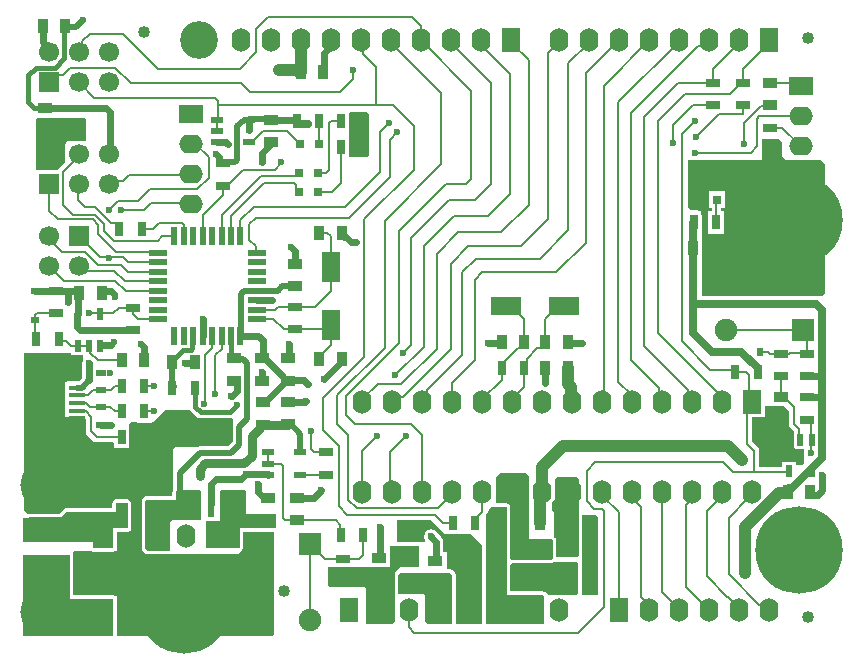
<source format=gtl>
G04*
G04 #@! TF.GenerationSoftware,Altium Limited,Altium Designer,20.1.7 (139)*
G04*
G04 Layer_Physical_Order=1*
G04 Layer_Color=255*
%FSLAX44Y44*%
%MOMM*%
G71*
G04*
G04 #@! TF.SameCoordinates,5176B2A9-6DC6-4D15-A643-430D7AC4E40B*
G04*
G04*
G04 #@! TF.FilePolarity,Positive*
G04*
G01*
G75*
%ADD10C,0.2000*%
%ADD11C,0.5000*%
%ADD16C,0.4000*%
%ADD17R,3.5000X2.2000*%
%ADD18R,0.6000X2.2000*%
%ADD19R,2.5000X1.6000*%
%ADD20R,1.6000X2.5000*%
%ADD21R,1.0000X0.5500*%
%ADD22R,0.5500X1.0000*%
%ADD23R,1.6000X3.0000*%
%ADD24R,2.7000X2.0000*%
%ADD25R,0.8000X0.8000*%
%ADD26R,1.3500X0.4000*%
%ADD27R,1.4000X1.6000*%
%ADD28R,1.9000X1.9000*%
%ADD29R,0.5500X1.5000*%
%ADD30R,1.5000X0.5500*%
%ADD31R,0.6858X0.5588*%
%ADD32R,0.5588X0.6858*%
%ADD33R,1.3000X0.7000*%
%ADD34R,0.7000X1.3000*%
%ADD35R,0.9000X0.6000*%
%ADD36R,1.3000X0.9000*%
%ADD37R,0.9000X1.3000*%
%ADD67C,1.9000*%
%ADD68R,1.9000X1.9000*%
%ADD74C,1.0160*%
%ADD75C,0.6000*%
%ADD76C,0.7000*%
%ADD77C,1.0000*%
%ADD78C,0.8000*%
%ADD79R,1.6000X2.0000*%
%ADD80O,1.6000X2.0000*%
%ADD81C,3.2000*%
%ADD82C,4.0000*%
%ADD83O,2.0000X1.6000*%
%ADD84R,2.0000X1.6000*%
%ADD85C,7.4000*%
%ADD86C,1.7000*%
%ADD87R,1.7000X1.7000*%
G04:AMPARAMS|DCode=88|XSize=2mm|YSize=1.2mm|CornerRadius=0.36mm|HoleSize=0mm|Usage=FLASHONLY|Rotation=0.000|XOffset=0mm|YOffset=0mm|HoleType=Round|Shape=RoundedRectangle|*
%AMROUNDEDRECTD88*
21,1,2.0000,0.4800,0,0,0.0*
21,1,1.2800,1.2000,0,0,0.0*
1,1,0.7200,0.6400,-0.2400*
1,1,0.7200,-0.6400,-0.2400*
1,1,0.7200,-0.6400,0.2400*
1,1,0.7200,0.6400,0.2400*
%
%ADD88ROUNDEDRECTD88*%
%ADD89C,0.6000*%
%ADD90C,1.0000*%
G36*
X57000Y441000D02*
X57000Y424000D01*
X56000Y423000D01*
X51402D01*
X50800Y423079D01*
X50198Y423000D01*
X41000D01*
X39000Y419333D01*
Y405000D01*
X32000Y398000D01*
X14000D01*
Y423000D01*
Y436000D01*
Y441000D01*
X15000Y442000D01*
X56000D01*
X57000Y441000D01*
D02*
G37*
G36*
X296000Y446000D02*
Y410500D01*
X295000Y409500D01*
X280000D01*
X279000Y410500D01*
Y444750D01*
X280500Y447000D01*
X295000D01*
X296000Y446000D01*
D02*
G37*
G36*
X645750Y422250D02*
Y410000D01*
X648750Y407000D01*
Y406750D01*
X679250D01*
X682750Y403250D01*
Y294250D01*
X679750Y291250D01*
X676491D01*
X676321Y291321D01*
X674624Y291544D01*
X579456D01*
X578500Y292500D01*
Y360500D01*
X577644Y361356D01*
Y363322D01*
X575678D01*
X575000Y364000D01*
X568750D01*
X566250Y366500D01*
Y406750D01*
X629500D01*
Y424750D01*
X643250D01*
X645750Y422250D01*
D02*
G37*
G36*
X635900Y198500D02*
Y198420D01*
X648080D01*
X652000Y194500D01*
X652000Y181000D01*
X655920Y177080D01*
Y161964D01*
X664500D01*
Y159038D01*
X664443Y158750D01*
X664500Y158462D01*
Y149714D01*
X663285Y148500D01*
X657920Y148500D01*
Y150964D01*
X646420D01*
Y147000D01*
X627398Y147000D01*
X626500Y147898D01*
X626500Y162500D01*
X620500Y168500D01*
X620500Y188930D01*
X631650D01*
Y198500D01*
X635900D01*
D02*
G37*
G36*
X44034Y241606D02*
X54000D01*
Y236591D01*
X53573Y234442D01*
Y222008D01*
X51564Y220000D01*
X41000D01*
X40000Y219000D01*
X38995D01*
Y209000D01*
Y202500D01*
Y196000D01*
Y189500D01*
X55177D01*
X57000Y187677D01*
X57000Y174500D01*
X63501Y167999D01*
X79601Y167999D01*
X80499Y167101D01*
X80499Y163973D01*
X80499Y163500D01*
X80520Y162712D01*
X81288Y162712D01*
X81500Y162500D01*
X92338Y162500D01*
X93000Y162500D01*
X93520Y162712D01*
X93520Y163554D01*
Y181712D01*
X93520D01*
X93500Y181732D01*
Y183000D01*
X95000Y184500D01*
X99622D01*
Y184302D01*
X112622D01*
Y184500D01*
X113500D01*
X124000Y195000D01*
X144890Y195000D01*
X145493Y194098D01*
X150196Y189395D01*
X151850Y188290D01*
X153800Y187902D01*
X179000D01*
X179730Y188047D01*
X181000Y187005D01*
X181000Y168000D01*
X177358Y164358D01*
X153022D01*
X151224Y164000D01*
X132500Y164000D01*
X130000Y161500D01*
Y126296D01*
X129941Y126000D01*
X129941Y126000D01*
Y122059D01*
X108000D01*
X107705Y122000D01*
X106500D01*
X104000Y119500D01*
Y118295D01*
X103941Y118000D01*
X103941Y118000D01*
Y78000D01*
X104000Y77705D01*
Y76500D01*
X105200Y75300D01*
Y75000D01*
X105500D01*
X107000Y73500D01*
X107342D01*
X107830Y73174D01*
X109000Y72941D01*
X109000Y72941D01*
X128000Y72941D01*
X129171Y73174D01*
X129658Y73500D01*
X185500D01*
X187181Y75181D01*
X188163Y75837D01*
X188163Y75837D01*
X189163Y76837D01*
X189819Y77819D01*
X190000Y78000D01*
Y78704D01*
X190059Y79000D01*
X190059Y79000D01*
Y91941D01*
X216000D01*
Y5500D01*
X214500Y4000D01*
X83059D01*
Y35000D01*
X82826Y36170D01*
X82628Y36467D01*
Y37198D01*
X82110D01*
X81171Y37826D01*
X80000Y38059D01*
X46441D01*
X46059Y38441D01*
Y72000D01*
X46000Y72295D01*
Y73500D01*
X45500Y74000D01*
X47000Y75500D01*
X61638D01*
X61830Y75372D01*
X63000Y75139D01*
X80000D01*
X81171Y75372D01*
X81542Y75620D01*
X82628D01*
Y76731D01*
X82826Y77028D01*
X83059Y78198D01*
Y91500D01*
X91500D01*
X91941Y91941D01*
X92000D01*
X93170Y92174D01*
X94163Y92837D01*
X94826Y93829D01*
X95059Y95000D01*
Y116000D01*
X95000Y116296D01*
Y116500D01*
X94949Y116551D01*
X94826Y117170D01*
X94163Y118163D01*
X93170Y118826D01*
X92550Y118949D01*
X92000Y119500D01*
X81500Y119500D01*
X80819Y118819D01*
X79837Y118163D01*
X79181Y117181D01*
X78500Y116500D01*
X78500Y112957D01*
X77602Y112059D01*
X40000D01*
X38830Y111826D01*
X37837Y111163D01*
X37837Y111163D01*
X33733Y107059D01*
X6941D01*
X4000Y110000D01*
Y241000D01*
Y243000D01*
X44034D01*
Y241606D01*
D02*
G37*
G36*
X192000Y126000D02*
Y107000D01*
X218000D01*
Y96000D01*
X217000Y95000D01*
X187000D01*
Y79000D01*
X186000Y78000D01*
X158000D01*
X158000Y101000D01*
X170000Y101000D01*
X170000Y126000D01*
X171000Y127000D01*
X191000D01*
X192000Y126000D01*
D02*
G37*
G36*
X92000Y95000D02*
X80000D01*
Y78198D01*
X63000D01*
Y83000D01*
X3000D01*
Y104000D01*
X35000D01*
X40000Y109000D01*
X82000D01*
Y116000D01*
X92000D01*
Y95000D01*
D02*
G37*
G36*
X154000Y126000D02*
Y102000D01*
X130000D01*
X128000Y100000D01*
Y76000D01*
X109000Y76000D01*
X107000Y78000D01*
Y118000D01*
X108000Y119000D01*
X133000D01*
Y126000D01*
X134000Y127000D01*
X153000D01*
X154000Y126000D01*
D02*
G37*
G36*
X474000Y136500D02*
Y72000D01*
X472250Y70250D01*
X454809D01*
Y84750D01*
X454576Y85921D01*
X454310Y86318D01*
X453913Y86913D01*
X453913Y86913D01*
X453163Y87663D01*
X452750Y87939D01*
Y108750D01*
X451000Y110500D01*
X451000Y116250D01*
X454000Y119250D01*
X454000Y137000D01*
X455250Y138250D01*
X472250Y138250D01*
X474000Y136500D01*
D02*
G37*
G36*
X431500Y138750D02*
Y87000D01*
X433000Y85500D01*
X451000D01*
X451750Y84750D01*
Y69750D01*
X450256Y68256D01*
X433222D01*
Y68250D01*
X417500D01*
X416059Y69691D01*
Y107000D01*
Y113000D01*
X415826Y114171D01*
X415163Y115163D01*
X414170Y115826D01*
X413000Y116059D01*
X403500D01*
X403500Y138250D01*
X407000Y141750D01*
X428500D01*
X431500Y138750D01*
D02*
G37*
G36*
X473250Y65000D02*
Y39750D01*
X472250Y38750D01*
X448500D01*
X446500Y40750D01*
X445783D01*
X444921Y41326D01*
X443750Y41559D01*
X443750Y41559D01*
X416191D01*
X416059Y41691D01*
Y64194D01*
X417329Y65225D01*
X417500Y65191D01*
X417500Y65191D01*
X433222D01*
X433252Y65197D01*
X450256D01*
X451427Y65430D01*
X452280Y66000D01*
X472250D01*
X473250Y65000D01*
D02*
G37*
G36*
X321208Y80216D02*
X339000D01*
X339000Y63000D01*
X338000Y62000D01*
X323000Y62000D01*
X318000Y57000D01*
X318000Y16000D01*
X316000Y14000D01*
X294000Y14000D01*
Y44000D01*
X293000Y45000D01*
X263000D01*
X262000Y46000D01*
Y62000D01*
X295300Y62000D01*
Y61842D01*
X314300D01*
Y76842D01*
X314000D01*
X314000Y80250D01*
X321208D01*
Y80216D01*
D02*
G37*
G36*
X490000Y104500D02*
X490000Y39500D01*
X489250Y38750D01*
X476750D01*
Y70716D01*
X476826Y70829D01*
X477059Y72000D01*
X477059Y72000D01*
Y106250D01*
X488250D01*
X490000Y104500D01*
D02*
G37*
G36*
X365000Y57000D02*
X367000Y55000D01*
X367000Y15000D01*
X366000Y14000D01*
X346000D01*
X344000Y16000D01*
X344000Y37998D01*
X342999Y39000D01*
X322000Y39000D01*
X321059Y39941D01*
X321059Y55733D01*
X322326Y57000D01*
X365000Y57000D01*
D02*
G37*
G36*
X360580Y90420D02*
Y90068D01*
X361000Y90000D01*
X361822Y90000D01*
X382999Y90000D01*
X392000Y81001D01*
X392000Y14000D01*
X370940Y14000D01*
X370390Y14624D01*
X370059Y15270D01*
X370059Y55000D01*
X370059Y55000D01*
X370059Y55001D01*
X370000Y55298D01*
Y56000D01*
X369821Y56180D01*
X369472Y56701D01*
X369163Y57163D01*
X369163Y57163D01*
X369163Y57164D01*
X367162Y59163D01*
X366691Y59478D01*
X366183Y59818D01*
X366000Y60000D01*
X365294D01*
X365000Y60059D01*
X364999D01*
X364999Y60059D01*
X364999Y60059D01*
X363320D01*
X362052Y60064D01*
Y75064D01*
X359118D01*
Y83459D01*
X358652Y85800D01*
X357326Y87785D01*
X354416Y90695D01*
X353326Y92326D01*
X351341Y93652D01*
X349000Y94117D01*
X346659Y93652D01*
X344674Y92326D01*
X343348Y90341D01*
X342882Y88000D01*
Y87459D01*
X343348Y85118D01*
X343848Y84370D01*
X343249Y83250D01*
X339124D01*
X339000Y83275D01*
X321379D01*
X321208Y83309D01*
X320000D01*
Y102000D01*
X349001Y102000D01*
X360580Y90420D01*
D02*
G37*
G36*
X413000Y107000D02*
Y38500D01*
X443750D01*
X444500Y37750D01*
Y14250D01*
X444000Y13750D01*
X395750Y13750D01*
Y106000D01*
X399750Y113000D01*
X413000D01*
Y107000D01*
D02*
G37*
G36*
X43000Y35000D02*
X80000D01*
Y4000D01*
X3000D01*
Y72000D01*
X43000D01*
Y35000D01*
D02*
G37*
%LPC*%
G36*
X597930Y380126D02*
X583930D01*
Y366126D01*
X586459D01*
Y363322D01*
X583644D01*
Y344322D01*
X596644D01*
Y363322D01*
X594615D01*
Y366126D01*
X597930D01*
Y380126D01*
D02*
G37*
%LPD*%
D10*
X62500Y356500D02*
X67056Y351944D01*
X25400Y363728D02*
X32628Y356500D01*
X62500D01*
X45392Y360500D02*
X64157D01*
X37592Y368300D02*
X45392Y360500D01*
X64157D02*
X72056Y352601D01*
X67056Y344145D02*
Y351944D01*
X72056Y346216D02*
Y352601D01*
X561000Y429000D02*
X572000Y440000D01*
X561000Y253500D02*
Y429000D01*
X592762Y445262D02*
X612902D01*
X573500Y426000D02*
X592762Y445262D01*
X529000Y249000D02*
Y442700D01*
X558162Y471862D01*
X529000Y249000D02*
X566121Y211879D01*
X541000Y260116D02*
X595250Y205866D01*
X541000Y439500D02*
X564000Y462500D01*
X541000Y260116D02*
Y439500D01*
X564000Y462500D02*
X602000D01*
X609902Y471932D02*
X612902D01*
X607902Y469932D02*
X609902Y471932D01*
X607902Y468402D02*
Y469932D01*
X602000Y462500D02*
X607902Y468402D01*
X561000Y253500D02*
X585397Y229103D01*
X554000Y421000D02*
Y436500D01*
X570432Y452932D02*
X587248D01*
X554000Y436500D02*
X570432Y452932D01*
X305500Y396432D02*
Y430500D01*
X313000Y438000D01*
X309500Y355000D02*
X357500Y403000D01*
Y463460D01*
X314960Y506000D02*
X357500Y463460D01*
X196000Y464000D02*
X271500D01*
X282500Y475000D01*
Y483000D01*
X117500Y484000D02*
X187000D01*
X88000Y513500D02*
X117500Y484000D01*
X187000D02*
X201000Y498000D01*
X37000Y479000D02*
X43000Y485000D01*
X81440D02*
X94440Y472000D01*
X43000Y485000D02*
X81440D01*
X188000Y472000D02*
X196000Y464000D01*
X94440Y472000D02*
X188000D01*
X168785Y453500D02*
X302000D01*
X168785D02*
Y456500D01*
X63740Y459500D02*
X165785D01*
X168785Y456500D01*
Y441721D02*
Y453500D01*
X50800Y472440D02*
X63740Y459500D01*
X201000Y517500D02*
X211000Y527500D01*
X201000Y498000D02*
Y517500D01*
X25400Y472440D02*
X31960Y479000D01*
X37000D01*
X60000Y513500D02*
X88000D01*
X211000Y527500D02*
X332860D01*
X53479Y507479D02*
X59750Y513750D01*
X60000Y513500D01*
X380500Y334000D02*
X425000D01*
X448000Y357000D01*
Y497008D01*
X365500Y319000D02*
X380500Y334000D01*
X372000Y346000D02*
X408500D01*
X431500Y369000D01*
X353500Y327500D02*
X372000Y346000D01*
X431500Y369000D02*
Y491060D01*
X364000Y372500D02*
X386500D01*
X400000Y386000D01*
X365760Y506000D02*
X400000Y471760D01*
Y386000D02*
Y471760D01*
X416560Y506000D02*
X431500Y491060D01*
X378500Y386500D02*
X383000Y391000D01*
X361500Y386500D02*
X378500D01*
X383000Y391000D02*
Y465425D01*
X448000Y497008D02*
X457200Y506208D01*
Y508000D01*
X332000Y250257D02*
Y340500D01*
X325000Y243257D02*
X332000Y250257D01*
Y340500D02*
X364000Y372500D01*
X318500Y224500D02*
X342500Y248500D01*
Y334000D02*
X368000Y359500D01*
X342500Y248500D02*
Y334000D01*
X303794Y217274D02*
X323774D01*
X353500Y247000D02*
Y327500D01*
X323774Y217274D02*
X353500Y247000D01*
X365500Y247000D02*
Y319000D01*
X315850Y201930D02*
X320337Y206417D01*
X324917D02*
X365500Y247000D01*
X320337Y206417D02*
X324917D01*
X375500Y242000D02*
Y312000D01*
X341250Y201930D02*
Y207448D01*
X345179Y211377D01*
Y211679D01*
X375500Y242000D01*
X366650Y217650D02*
X386000Y237000D01*
X366650Y201930D02*
Y217650D01*
X386000Y237000D02*
Y305500D01*
X257500Y177835D02*
Y205000D01*
X292500Y240000D01*
Y356500D01*
X322000Y347000D02*
X361500Y386500D01*
X277000Y206744D02*
X322000Y251743D01*
Y347000D01*
X277000Y191000D02*
Y206744D01*
X269500Y207778D02*
X309500Y247778D01*
Y355000D01*
X269500Y183000D02*
Y207778D01*
X375500Y312000D02*
X386750Y323250D01*
X340425Y508000D02*
X383000Y465425D01*
X386000Y305500D02*
X392000Y311500D01*
X292500Y356500D02*
X334500Y398500D01*
X316500Y453500D02*
X334500Y435500D01*
Y398500D02*
Y435500D01*
X314960Y506000D02*
Y508000D01*
X440750Y323250D02*
X465000Y347500D01*
Y488400D02*
X482600Y506000D01*
X465000Y347500D02*
Y488400D01*
X386750Y323250D02*
X440750D01*
X397500Y359500D02*
X416000Y378000D01*
X391160Y504002D02*
X416000Y479162D01*
Y378000D02*
Y479162D01*
X368000Y359500D02*
X397500D01*
X416560Y506000D02*
Y508000D01*
X365760Y506000D02*
Y508000D01*
X391160Y504002D02*
Y508000D01*
X482600Y506000D02*
Y508000D01*
X392000Y311500D02*
X455000D01*
X480000Y336500D01*
Y480000D01*
X427838Y250222D02*
Y271998D01*
X416880Y282956D02*
X427838Y271998D01*
X480000Y480000D02*
X508000Y508000D01*
X325000Y243000D02*
Y243257D01*
X271000Y113500D02*
X278000Y106500D01*
X352178D02*
X359110Y99568D01*
X278000Y106500D02*
X352178D01*
X278950Y118967D02*
Y173550D01*
X269500Y183000D02*
X278950Y173550D01*
X331500Y183500D02*
X341250Y173750D01*
Y125730D02*
Y173750D01*
X284500Y183500D02*
X331500D01*
X277000Y191000D02*
X284500Y183500D01*
X257500Y177835D02*
X271000Y164335D01*
Y113500D02*
Y164335D01*
X302000Y453500D02*
X316500D01*
X302000D02*
Y485654D01*
X247000Y162000D02*
Y177000D01*
Y162000D02*
X249894Y159106D01*
X260096D01*
X340360Y508000D02*
Y520000D01*
X332860Y527500D02*
X340360Y520000D01*
X167856Y440792D02*
X168785Y441721D01*
X495046Y469646D02*
X533400Y508000D01*
X495046Y203326D02*
Y469646D01*
X533400Y508000D02*
Y508000D01*
X507500Y455500D02*
X558800Y506800D01*
X507500Y218998D02*
Y455500D01*
X558800Y506800D02*
Y508000D01*
X518000Y446500D02*
X575013Y503513D01*
X518000Y237300D02*
Y446500D01*
Y237300D02*
X542071Y213229D01*
X645400Y242824D02*
X651662D01*
X627126Y244348D02*
X634152D01*
X635648Y242852D02*
X645400D01*
X634152Y244348D02*
X635648Y242852D01*
X604500Y142494D02*
X651700D01*
X616000Y166320D02*
Y197280D01*
X620650Y201930D01*
X616000Y166320D02*
X622000Y160320D01*
Y143000D02*
Y160320D01*
X651700Y142494D02*
X652170Y142964D01*
X585397Y229103D02*
X604677D01*
X579713Y503513D02*
X584200Y508000D01*
X575013Y503513D02*
X579713D01*
X507500Y218998D02*
X519050Y207448D01*
X340360Y508000D02*
X340425D01*
X508000Y508000D02*
Y508000D01*
X314000Y424000D02*
X320000Y430000D01*
X314000Y392232D02*
Y424000D01*
X279768Y358000D02*
X314000Y392232D01*
X614000Y420500D02*
Y438000D01*
X628000Y452000D01*
X670560Y158750D02*
Y184486D01*
X619500Y413000D02*
X624746Y418246D01*
X572500Y413000D02*
X619500D01*
X624746Y418246D02*
Y441675D01*
X495000Y28250D02*
Y109493D01*
X334518Y6604D02*
X473354D01*
X495000Y28250D01*
X564500Y45100D02*
X584200Y25400D01*
X564500Y114973D02*
X569850Y120323D01*
X564500Y45100D02*
Y114973D01*
X569850Y120323D02*
Y125730D01*
X526500Y36907D02*
X533400Y30007D01*
X519050Y120212D02*
X526500Y112762D01*
Y36907D02*
Y112762D01*
X600750Y55750D02*
Y103830D01*
X626613Y29887D02*
X630863D01*
X633500Y27250D01*
X600750Y55750D02*
X626613Y29887D01*
X600750Y103830D02*
X617203Y120283D01*
X582250Y54346D02*
X599686Y36910D01*
X582250Y109223D02*
X595250Y122223D01*
X582250Y54346D02*
Y109223D01*
X544450Y40842D02*
X558800Y26492D01*
X544450Y40842D02*
Y125730D01*
X519050Y120212D02*
Y125730D01*
X595250Y122223D02*
Y125730D01*
X558800Y25400D02*
Y26492D01*
X533400Y25400D02*
Y30007D01*
X617203Y120283D02*
X620650Y123730D01*
Y125730D01*
X480500Y118000D02*
X487250Y111250D01*
X493243D01*
X495000Y109493D01*
X480500Y118000D02*
Y143500D01*
X488000Y151000D01*
X596000D01*
X604500Y142500D01*
X493650Y122600D02*
X508000Y108250D01*
Y25400D02*
Y108250D01*
X493650Y122600D02*
Y125730D01*
X68616Y324184D02*
X87966D01*
X92150Y320000D01*
X50800Y342000D02*
X68616Y324184D01*
X72056Y346216D02*
X80038Y338234D01*
X64032Y366776D02*
X77574Y353234D01*
X50038Y372618D02*
Y385318D01*
X50800Y386080D01*
X77574Y353234D02*
X82988D01*
X80038Y338234D02*
X117508D01*
X82988Y353234D02*
X84988Y351234D01*
X50038Y372618D02*
X55880Y366776D01*
X64032D01*
X175974Y384962D02*
X189512Y398500D01*
X216692D01*
X172974Y384962D02*
X175974D01*
X234878Y393500D02*
X237364Y395986D01*
X205032Y393500D02*
X234878D01*
X171500Y359968D02*
X205032Y393500D01*
X171500Y342000D02*
Y359968D01*
X234864Y381976D02*
Y385243D01*
X179500Y359078D02*
X207422Y387000D01*
X234864Y381976D02*
X237364Y379476D01*
X233107Y387000D02*
X234864Y385243D01*
X207422Y387000D02*
X233107D01*
X200774Y358000D02*
X279768D01*
X195072Y352298D02*
X200774Y358000D01*
X37592Y368300D02*
Y396592D01*
X51000Y410000D01*
X291446Y496208D02*
X302000Y485654D01*
X612902Y445262D02*
Y452932D01*
X222000Y403808D02*
Y405000D01*
X216692Y398500D02*
X222000Y403808D01*
X262382Y398058D02*
Y437663D01*
X264139Y439420D01*
X260310Y395986D02*
X262382Y398058D01*
X236000Y421000D02*
Y422242D01*
X227242Y431000D02*
X236000Y422242D01*
X194856Y421792D02*
X197106D01*
X206314Y431000D01*
X227242D01*
X172720Y384708D02*
X172974Y384962D01*
X111000Y382000D02*
X151063D01*
X101000Y372000D02*
X111000Y382000D01*
X151063D02*
X160500Y391437D01*
X86000Y364000D02*
X106000D01*
X112000Y370000D01*
X145800D01*
X78879Y388759D02*
X87759D01*
X93000Y394000D02*
X144800D01*
X87759Y388759D02*
X93000Y394000D01*
X76200Y386080D02*
X78879Y388759D01*
X144800Y394000D02*
X146000Y395200D01*
X84000Y372000D02*
X101000D01*
X76000Y364000D02*
X84000Y372000D01*
X82017Y329184D02*
X116316D01*
X67056Y344145D02*
X82017Y329184D01*
X117508Y338234D02*
X121274Y342000D01*
X67310Y317500D02*
X86655D01*
X55626Y329184D02*
X67310Y317500D01*
X86655D02*
X92155Y312000D01*
X58688Y312500D02*
X80844D01*
X89344Y304000D01*
X54588Y316600D02*
X58688Y312500D01*
X116316Y329184D02*
X117500Y328000D01*
X92155Y312000D02*
X117500D01*
X59000Y277000D02*
X68000D01*
X69000D02*
X79692D01*
X117263Y271763D02*
X117500Y272000D01*
X68784Y274356D02*
X70034Y273106D01*
X79692Y277000D02*
X84480Y281788D01*
X68784Y274356D02*
Y276606D01*
X276352Y367284D02*
X305500Y396432D01*
X53479Y500519D02*
Y507479D01*
X50800Y497840D02*
X53479Y500519D01*
X92150Y320000D02*
X117500D01*
X145800Y370000D02*
X146000Y369800D01*
X149122Y420600D02*
X160500Y409222D01*
Y391437D02*
Y409222D01*
X354920Y112000D02*
X366650Y123730D01*
X278950Y118967D02*
X285917Y112000D01*
X354920D01*
X359110Y99568D02*
X367080D01*
X366650Y123730D02*
Y125730D01*
X616243Y121243D02*
X620000Y125000D01*
X600090Y36910D02*
X609600Y27400D01*
X599686Y36910D02*
X600090D01*
X659000Y472000D02*
X662000Y469000D01*
X636000Y472000D02*
X659000D01*
X626671Y443600D02*
X662000D01*
X624746Y441675D02*
X626671Y443600D01*
X628000Y452000D02*
X630000D01*
X636000Y434000D02*
X646200D01*
X662000Y418200D01*
X60534Y243522D02*
X67074Y236982D01*
X87122D01*
X60534Y243522D02*
Y248356D01*
X59284Y249606D02*
X60534Y248356D01*
X96266Y281280D02*
X96774Y281788D01*
X96266Y276098D02*
Y281280D01*
X100364Y272000D02*
X117500D01*
X96266Y276098D02*
X100364Y272000D01*
X84480Y281788D02*
X96774D01*
X49784Y249606D02*
X59284D01*
X44018D02*
X49784D01*
X663678Y262594D02*
X667996D01*
X598424D02*
X663678D01*
X667263Y259009D01*
X663424Y262848D02*
X663678Y262594D01*
X651764Y242926D02*
X667244D01*
Y250931D01*
Y242852D02*
Y242926D01*
X667263Y250950D02*
Y259009D01*
X667244Y250931D02*
X667263Y250950D01*
X422326Y247222D02*
X424838D01*
X408736Y233632D02*
X422326Y247222D01*
X408736Y220616D02*
Y233632D01*
X519050Y201930D02*
Y207448D01*
X60452Y197612D02*
X77230D01*
X609600Y25400D02*
Y27400D01*
X645400Y205920D02*
Y223852D01*
X645995Y223257D01*
X648716Y205994D02*
Y207236D01*
X650400Y208920D01*
X656082Y183132D02*
Y197238D01*
X660420Y171214D02*
Y178794D01*
X656082Y183132D02*
X660420Y178794D01*
X647400Y205920D02*
X656082Y197238D01*
X660420Y171214D02*
X661670Y169964D01*
X645400Y205920D02*
X647400D01*
X667996Y262594D02*
X670560Y260030D01*
X604677Y229103D02*
X606450Y227330D01*
X615696D01*
X146000Y420600D02*
X149122D01*
X37792Y304600D02*
X81673D01*
X89344Y304000D02*
X117500D01*
X81673Y304600D02*
X90273Y296000D01*
X117500D01*
X48745Y194500D02*
X49245Y194000D01*
X56445D01*
X61214Y189231D01*
Y177038D02*
Y189231D01*
X66040Y172212D02*
X87020D01*
X61214Y177038D02*
X66040Y172212D01*
X238036Y140106D02*
X238036Y140106D01*
X260096D01*
X223520Y103357D02*
X225277Y101600D01*
X211036Y149606D02*
X221763D01*
X225277Y101600D02*
X230800D01*
X221763Y149606D02*
X223520Y147849D01*
Y103357D02*
Y147849D01*
X211036Y149606D02*
Y159106D01*
X272200Y89394D02*
X272440Y89154D01*
X272200Y89394D02*
Y97300D01*
X235712Y101498D02*
X268002D01*
X272200Y97300D01*
X291000Y71900D02*
Y88714D01*
X288290Y69190D02*
X291000Y71900D01*
X274574Y69190D02*
X288290D01*
X291000Y88714D02*
X291440Y89154D01*
X259010Y69190D02*
X274574D01*
X246300Y81900D02*
X259010Y69190D01*
X246300Y16900D02*
Y81900D01*
X392050Y108538D02*
Y125730D01*
X386080Y102568D02*
X392050Y108538D01*
X386080Y99568D02*
Y102568D01*
X558162Y471862D02*
X587178D01*
X542071Y204309D02*
X544450Y201930D01*
X542071Y204309D02*
Y213229D01*
X569850Y201930D02*
Y207448D01*
X566121Y211177D02*
Y211879D01*
Y211177D02*
X569850Y207448D01*
X157226Y200526D02*
Y241726D01*
X156700Y200000D02*
X157226Y200526D01*
Y241726D02*
X163257Y247757D01*
Y257757D02*
X163500Y258000D01*
X163257Y247757D02*
Y257757D01*
X166240Y241240D02*
X171501Y246501D01*
X171500Y246500D02*
Y258000D01*
X166240Y208836D02*
Y241240D01*
X106185Y193783D02*
X114118D01*
X106122Y215392D02*
X106141Y215411D01*
X114074D01*
X86961Y193963D02*
X87122Y193802D01*
X77230Y197612D02*
X80879Y193963D01*
X86961D01*
X77590Y211702D02*
X81280Y215392D01*
X87122D01*
X69850Y211702D02*
X77590D01*
X57150Y200914D02*
X60452Y197612D01*
X48745Y201000D02*
X48831Y200914D01*
X57150D01*
X62604Y211702D02*
X69850D01*
X58402Y207500D02*
X62604Y211702D01*
X48745Y207500D02*
X58402D01*
X33528Y255016D02*
X34691Y253853D01*
X39771D01*
X44018Y249606D01*
X13208Y271272D02*
X13868Y270612D01*
Y255676D02*
Y270612D01*
Y255676D02*
X14528Y255016D01*
X13208Y271272D02*
X13970Y272034D01*
Y275082D01*
X15646Y276758D01*
X31496D01*
X250698Y282194D02*
X264160Y295656D01*
X233426Y282194D02*
X250698D01*
X254406Y345186D02*
X261112D01*
X264160Y316092D02*
Y342138D01*
X261112Y345186D02*
X264160Y342138D01*
X260262Y263194D02*
X263862Y266794D01*
X264160Y267092D01*
X263862Y249708D02*
Y266794D01*
X254406Y240252D02*
X263862Y249708D01*
X254406Y238252D02*
Y240252D01*
X233426Y263194D02*
X260262D01*
X223978D02*
X233426D01*
X215172Y272000D02*
X223978Y263194D01*
X201500Y272000D02*
X215172D01*
X264160Y295656D02*
Y316092D01*
X219202Y282194D02*
X233426D01*
X217008Y280000D02*
X219202Y282194D01*
X201500Y280000D02*
X217008D01*
X179500Y342000D02*
Y359078D01*
X187500Y356156D02*
X198628Y367284D01*
X276352D01*
X195072Y339344D02*
Y352298D01*
Y339344D02*
X200923Y333493D01*
X201500Y328000D02*
Y328673D01*
X200923Y329250D02*
X201500Y328673D01*
X200923Y329250D02*
Y333493D01*
X187500Y342000D02*
Y356156D01*
X155500Y342000D02*
Y359742D01*
X172720Y376962D01*
Y384708D01*
X272440Y387248D02*
Y417576D01*
X264668Y379476D02*
X272440Y387248D01*
X253364Y379476D02*
X264668D01*
X253364Y395986D02*
X260310D01*
X264139Y439420D02*
X272440D01*
X253987Y439559D02*
X254102Y439674D01*
X253987Y420485D02*
Y439559D01*
X253872Y420370D02*
X253987Y420485D01*
X50800Y316600D02*
X54588D01*
X25792D02*
X37792Y304600D01*
X25400Y316600D02*
X25792D01*
X36322Y329184D02*
X55626D01*
X25400Y340106D02*
Y342000D01*
Y340106D02*
X36322Y329184D01*
X25400Y363728D02*
Y386080D01*
X84988Y348234D02*
Y351234D01*
X103988Y348234D02*
X113538D01*
X139500Y342000D02*
Y351303D01*
X137743Y353060D02*
X139500Y351303D01*
X118364Y353060D02*
X137743D01*
X113538Y348234D02*
X118364Y353060D01*
X121274Y342000D02*
X131500D01*
X291446Y496208D02*
Y506114D01*
X289560Y508000D02*
X291446Y506114D01*
X167856Y431292D02*
Y440792D01*
X392050Y203930D02*
X408736Y220616D01*
X424838Y247222D02*
X427838Y250222D01*
X429736Y238170D02*
X438788Y247222D01*
X442770D01*
X427736Y214216D02*
Y230632D01*
X429736Y232632D01*
Y238170D01*
X445770Y250222D02*
Y271846D01*
X442770Y247222D02*
X445770Y250222D01*
X417450Y201930D02*
Y203930D01*
X427736Y214216D01*
X445770Y271846D02*
X456880Y282956D01*
X461380D01*
X392050Y201930D02*
Y203930D01*
X412380Y282956D02*
X416880D01*
X290450Y203930D02*
X303794Y217274D01*
X651662Y242824D02*
X651764Y242926D01*
X590537Y372733D02*
X590930Y373126D01*
X590537Y354215D02*
Y372733D01*
X590144Y353822D02*
X590537Y354215D01*
X587248Y471932D02*
Y483648D01*
X609600Y506000D01*
X595250Y201930D02*
Y205866D01*
X617982Y204598D02*
X620650Y201930D01*
X617982Y204598D02*
Y225044D01*
X615696Y227330D02*
X617982Y225044D01*
X330200Y10922D02*
X334518Y6604D01*
X330200Y10922D02*
Y25400D01*
X671119Y169913D02*
X671170Y169964D01*
X314452Y127128D02*
X315850Y125730D01*
X314452Y159766D02*
X327660Y172974D01*
X314452Y127128D02*
Y159766D01*
X290450Y159894D02*
X303530Y172974D01*
X290450Y125730D02*
Y159894D01*
Y201930D02*
Y203930D01*
X612902Y471932D02*
Y483902D01*
X635000Y506000D01*
Y508000D01*
X587178Y471862D02*
X587248Y471932D01*
X609600Y506000D02*
Y508000D01*
X493650Y201930D02*
X495046Y203326D01*
D11*
X230092Y182778D02*
X238036Y174834D01*
Y159106D02*
Y174834D01*
X181500Y238000D02*
X190071D01*
X193000Y235071D01*
X181000Y238500D02*
X181500Y238000D01*
X193000Y187000D02*
Y235071D01*
X186690Y180690D02*
X193000Y187000D01*
X186690Y165690D02*
Y180690D01*
X187750Y257000D02*
Y293036D01*
X195064Y441000D02*
X213152D01*
X172974Y403962D02*
X173974Y404962D01*
X183946Y406054D02*
X185000Y407108D01*
X173974Y404962D02*
X182962D01*
X184000Y406000D01*
X41000Y519000D02*
X48000D01*
X54000Y525000D01*
X201500Y296000D02*
X219000D01*
X187750Y293036D02*
X190679Y295965D01*
X201465D01*
X201500Y296000D01*
X223024Y300024D02*
X233426D01*
X219000Y296000D02*
X223024Y300024D01*
X136000Y126000D02*
Y141728D01*
X153022Y158750D02*
X179750D01*
X136000Y141728D02*
X153022Y158750D01*
X179750D02*
X186690Y165690D01*
X48745Y214000D02*
X53495D01*
X129946Y215290D02*
Y235458D01*
X53495Y214000D02*
X59622Y220127D01*
X185000Y407108D02*
Y435501D01*
X189541Y440042D01*
D16*
X181000Y238500D02*
X181500Y239000D01*
X149098Y197703D02*
Y215138D01*
X40156Y519000D02*
X41000D01*
X38300Y493062D02*
Y519000D01*
X38964Y520192D02*
X40156Y519000D01*
X8000Y479000D02*
X14000Y485000D01*
X30238D01*
X38300Y493062D01*
X179000Y193000D02*
X185000Y199000D01*
X153800Y193000D02*
X179000D01*
X149098Y197703D02*
X153800Y193000D01*
X179500Y241664D02*
Y258000D01*
X145231Y245958D02*
X146750Y247477D01*
Y257250D01*
X147500Y258000D01*
X138446Y245958D02*
X145231D01*
X130200Y237712D02*
X138446Y245958D01*
X130200Y236982D02*
Y237712D01*
X129946Y236728D02*
X130200Y236982D01*
Y237712D02*
Y238982D01*
X129946Y237458D02*
X130200Y237712D01*
X13000Y451000D02*
X21542D01*
X21844Y450698D01*
X8000Y456000D02*
X13000Y451000D01*
X8000Y456000D02*
Y479000D01*
D17*
X162306Y177558D02*
D03*
D18*
X187706Y115558D02*
D03*
X175006D02*
D03*
X162306D02*
D03*
X149606D02*
D03*
X136906D02*
D03*
D19*
X412380Y282956D02*
D03*
X461380D02*
D03*
D20*
X264160Y316092D02*
D03*
Y267092D02*
D03*
D21*
X167856Y440792D02*
D03*
Y431292D02*
D03*
Y421792D02*
D03*
X194856Y440792D02*
D03*
Y421792D02*
D03*
X211036Y159106D02*
D03*
Y149606D02*
D03*
Y140106D02*
D03*
X238036Y159106D02*
D03*
Y140106D02*
D03*
D22*
X49784Y249606D02*
D03*
X59284D02*
D03*
X68784D02*
D03*
X49784Y276606D02*
D03*
X68784D02*
D03*
X671170Y169964D02*
D03*
X661670D02*
D03*
X652170D02*
D03*
X671170Y142964D02*
D03*
X652170D02*
D03*
D23*
X71628Y134620D02*
D03*
Y93620D02*
D03*
Y60198D02*
D03*
Y19198D02*
D03*
D24*
X22098Y93978D02*
D03*
Y61978D02*
D03*
D25*
X574930Y373126D02*
D03*
X590930D02*
D03*
X237872Y420370D02*
D03*
X253872D02*
D03*
X237364Y395986D02*
D03*
X253364D02*
D03*
X237364Y379476D02*
D03*
X253364D02*
D03*
D26*
X48745Y214000D02*
D03*
Y207500D02*
D03*
Y201000D02*
D03*
Y194500D02*
D03*
Y188000D02*
D03*
D27*
X46495Y233000D02*
D03*
Y169000D02*
D03*
D28*
X21995Y213000D02*
D03*
Y189000D02*
D03*
X246300Y81900D02*
D03*
D29*
X187500Y258000D02*
D03*
X179500D02*
D03*
X171500D02*
D03*
X163500D02*
D03*
X155500D02*
D03*
X147500D02*
D03*
X139500D02*
D03*
X131500D02*
D03*
Y342000D02*
D03*
X139500D02*
D03*
X147500D02*
D03*
X155500D02*
D03*
X163500D02*
D03*
X171500D02*
D03*
X179500D02*
D03*
X187500D02*
D03*
D30*
X117500Y272000D02*
D03*
Y280000D02*
D03*
Y288000D02*
D03*
Y296000D02*
D03*
Y304000D02*
D03*
Y312000D02*
D03*
Y320000D02*
D03*
Y328000D02*
D03*
X201500D02*
D03*
Y320000D02*
D03*
Y312000D02*
D03*
Y304000D02*
D03*
Y296000D02*
D03*
Y288000D02*
D03*
Y280000D02*
D03*
Y272000D02*
D03*
D31*
X13208Y271272D02*
D03*
Y295656D02*
D03*
D32*
X627126Y244348D02*
D03*
X602742D02*
D03*
D33*
X172974Y403962D02*
D03*
Y384962D02*
D03*
X96774Y262788D02*
D03*
Y281788D02*
D03*
X233426Y282194D02*
D03*
Y263194D02*
D03*
X612902Y471932D02*
D03*
Y452932D02*
D03*
X587248Y471932D02*
D03*
Y452932D02*
D03*
X636000Y434000D02*
D03*
Y415000D02*
D03*
X667244Y205920D02*
D03*
Y186920D02*
D03*
X31496Y295758D02*
D03*
Y276758D02*
D03*
X667244Y223852D02*
D03*
Y242852D02*
D03*
X274574Y50190D02*
D03*
Y69190D02*
D03*
X260096Y159106D02*
D03*
Y140106D02*
D03*
X645400Y223852D02*
D03*
Y242852D02*
D03*
X330708Y67716D02*
D03*
Y86716D02*
D03*
Y48666D02*
D03*
Y67666D02*
D03*
D34*
X272440Y439420D02*
D03*
X291440D02*
D03*
X272440Y417576D02*
D03*
X291440D02*
D03*
X84988Y348234D02*
D03*
X103988D02*
D03*
X106122Y215392D02*
D03*
X87122D02*
D03*
X106122Y193802D02*
D03*
X87122D02*
D03*
X87020Y172212D02*
D03*
X106020D02*
D03*
X367080Y99568D02*
D03*
X386080D02*
D03*
X625450Y227330D02*
D03*
X606450D02*
D03*
X254102Y439674D02*
D03*
X235102D02*
D03*
X408736Y230632D02*
D03*
X427736D02*
D03*
X590144Y353822D02*
D03*
X571144D02*
D03*
X33528Y255016D02*
D03*
X14528D02*
D03*
X272440Y89154D02*
D03*
X291440D02*
D03*
X148946Y213868D02*
D03*
X129946D02*
D03*
D35*
X69850Y226702D02*
D03*
Y211702D02*
D03*
Y182612D02*
D03*
Y197612D02*
D03*
D36*
X228092Y219862D02*
D03*
Y238862D02*
D03*
X206000Y220000D02*
D03*
Y239000D02*
D03*
X233426Y300024D02*
D03*
Y319024D02*
D03*
X182000Y220000D02*
D03*
Y239000D02*
D03*
X21844Y450698D02*
D03*
Y431698D02*
D03*
X636000Y453000D02*
D03*
Y472000D02*
D03*
X116300Y131700D02*
D03*
Y112700D02*
D03*
X210820Y101752D02*
D03*
Y120752D02*
D03*
X304800Y50342D02*
D03*
Y69342D02*
D03*
X352552Y67564D02*
D03*
Y48564D02*
D03*
X213614Y440538D02*
D03*
Y421538D02*
D03*
X228092Y201778D02*
D03*
Y182778D02*
D03*
X645400Y205920D02*
D03*
Y186920D02*
D03*
X235712Y120498D02*
D03*
Y101498D02*
D03*
X206248Y182676D02*
D03*
Y201676D02*
D03*
X442722Y60756D02*
D03*
Y79756D02*
D03*
D37*
X129946Y235458D02*
D03*
X148946D02*
D03*
X254406Y345186D02*
D03*
X273406D02*
D03*
Y238252D02*
D03*
X254406D02*
D03*
X400152Y51308D02*
D03*
X381152D02*
D03*
X19964Y520192D02*
D03*
X38964D02*
D03*
X445770Y230632D02*
D03*
X464770D02*
D03*
X481534Y77978D02*
D03*
X462534D02*
D03*
X257658Y481584D02*
D03*
X238658D02*
D03*
X422910Y77978D02*
D03*
X403910D02*
D03*
X404012Y99568D02*
D03*
X423012D02*
D03*
X440842D02*
D03*
X459842D02*
D03*
X464770Y252222D02*
D03*
X445770D02*
D03*
X408838D02*
D03*
X427838D02*
D03*
X650900Y125984D02*
D03*
X669900D02*
D03*
X51206Y293878D02*
D03*
X70206D02*
D03*
X106122Y236982D02*
D03*
X87122D02*
D03*
X570890Y331978D02*
D03*
X589890D02*
D03*
X481432Y56388D02*
D03*
X462432D02*
D03*
D67*
X598424Y262848D02*
D03*
Y307848D02*
D03*
X663424D02*
D03*
X246300Y16900D02*
D03*
X201300D02*
D03*
Y81900D02*
D03*
D68*
X663424Y262848D02*
D03*
D74*
X106172Y514858D02*
D03*
X667766Y510032D02*
D03*
Y20066D02*
D03*
X224282Y41402D02*
D03*
D75*
X21844Y450698D02*
X73485D01*
X291440Y417576D02*
Y439420D01*
Y417576D02*
X291459Y417557D01*
X283210Y417576D02*
X291440D01*
X75000Y412000D02*
X77000Y414000D01*
X73485Y450698D02*
X77000Y447183D01*
Y414000D02*
Y447183D01*
X465024Y252476D02*
X465500Y252000D01*
X477000D01*
X397000D02*
X405060D01*
X407060Y254000D01*
X408838Y252222D01*
X305500Y70042D02*
Y96000D01*
X304800Y69342D02*
X305500Y70042D01*
X273406Y343186D02*
Y345186D01*
Y343186D02*
X274906Y341686D01*
X276906D01*
X281092Y337500D01*
X285500D01*
X258654Y221500D02*
X273406Y236252D01*
Y238252D01*
X264160Y503294D02*
Y508000D01*
X258000Y497134D02*
X264160Y503294D01*
X257658Y481584D02*
X258000Y481926D01*
Y497134D01*
X626000Y176000D02*
Y182000D01*
Y176000D02*
X632036Y169964D01*
X645400D01*
X194532Y440468D02*
X194928Y440072D01*
X679750Y279000D02*
Y279862D01*
X49530Y265176D02*
Y276352D01*
X49784Y276606D02*
Y292456D01*
X51206Y293878D01*
X49530Y276352D02*
X49784Y276606D01*
X226702Y220472D02*
X241013D01*
X208248Y238760D02*
X224592Y222416D01*
X225977Y219977D02*
X226092Y219862D01*
X226702Y220472D01*
X206248Y238760D02*
X208248D01*
X224592Y221362D02*
Y222416D01*
Y221362D02*
X225954Y220000D01*
X226000D01*
X187750Y258000D02*
X202685D01*
X213152Y441000D02*
X213614Y440538D01*
X206000Y405000D02*
Y413000D01*
X214000Y421000D01*
X211614Y421538D02*
X213614D01*
X167856Y421792D02*
X175208D01*
X177000Y420000D01*
X169974Y403962D02*
X172974D01*
X169474Y404462D02*
X169974Y403962D01*
X169474Y404462D02*
Y409526D01*
X167000Y412000D02*
X169474Y409526D01*
X21000Y430854D02*
X21844Y431698D01*
X25400Y411480D02*
Y414457D01*
X206200Y238808D02*
Y254485D01*
X202685Y258000D02*
X206200Y254485D01*
X187859Y136551D02*
X192024Y140716D01*
X162306Y132386D02*
X166471Y136551D01*
X187859D01*
X192024Y140716D02*
X210426D01*
X162306Y115558D02*
Y132386D01*
X570890Y331978D02*
X571017Y332105D01*
Y353695D02*
X571144Y353822D01*
X116200Y112600D02*
X116300Y112700D01*
X136764Y115700D02*
X136906Y115558D01*
X206200Y238808D02*
X206248Y238760D01*
X130098Y215138D02*
X130149Y215189D01*
X129946Y215290D02*
X130098Y215138D01*
X129946Y235458D02*
X129946Y235458D01*
X625450Y227330D02*
Y230330D01*
X667244Y205920D02*
X679524D01*
X670560Y223926D02*
X679704D01*
X602742Y244348D02*
X602846Y244244D01*
X228092Y182778D02*
X230092D01*
X206248Y182676D02*
X206299Y182727D01*
X228041D02*
X228092Y182778D01*
X49326Y295758D02*
X51206Y293878D01*
X13208Y295656D02*
X13259Y295707D01*
X31445D01*
X31496Y295758D01*
X41378Y286185D02*
Y295758D01*
X31496D02*
X41378D01*
X49326D01*
X25400Y497840D02*
Y501358D01*
X19964Y506794D02*
X25400Y501358D01*
X19964Y506794D02*
Y520192D01*
X234238Y440538D02*
X235102Y439674D01*
X69864Y182626D02*
X78232D01*
X69850Y182612D02*
X69864Y182626D01*
X149606Y115558D02*
Y123558D01*
X153162Y139700D02*
X153162D01*
X214612Y288018D02*
X214630Y288036D01*
X201518Y288018D02*
X214612D01*
X201500Y288000D02*
X201518Y288018D01*
X228346Y239116D02*
Y250952D01*
X228092Y238862D02*
X228346Y239116D01*
X184404Y210820D02*
Y219760D01*
X179832Y206502D02*
X180086D01*
X184404Y210820D01*
X155448Y272288D02*
X155474Y272262D01*
Y258026D02*
Y272262D01*
Y258026D02*
X155500Y258000D01*
X464770Y252222D02*
X465024Y252476D01*
X273406Y345186D02*
X273660Y344932D01*
X210035Y121537D02*
X210820Y120752D01*
X129946Y235458D02*
Y237458D01*
X148438Y234950D02*
X148946Y235458D01*
X140716Y234950D02*
X148438D01*
X233426Y319024D02*
Y329913D01*
X230361Y332977D02*
X233426Y329913D01*
X106122Y236982D02*
Y248193D01*
X103378Y250937D02*
X106122Y248193D01*
X68784Y249606D02*
X69501Y250323D01*
X78078D01*
X645400Y169964D02*
X652170D01*
X645400D02*
Y186920D01*
X661025Y154061D02*
X661130D01*
X652764Y162322D02*
X661025Y154061D01*
X652170Y169964D02*
X652764Y169370D01*
Y162322D02*
Y169370D01*
X273406Y238252D02*
X274571Y239417D01*
X462534Y77978D02*
Y79978D01*
X680214Y126986D02*
Y139954D01*
X671170Y123444D02*
X676672D01*
X680214Y126986D01*
X669900Y124714D02*
X671170Y123444D01*
X70206Y293878D02*
X72238Y295910D01*
X235712Y120498D02*
X249498D01*
X256000Y127000D01*
X202000Y125931D02*
X206393Y121537D01*
X202000Y125931D02*
Y132000D01*
X72238Y295910D02*
X77978D01*
X80739Y293149D01*
X241013Y220472D02*
X244061Y217424D01*
X244602D01*
X223592Y217020D02*
Y217362D01*
X206248Y201676D02*
X208248D01*
X223592Y217020D01*
Y217362D02*
X226092Y219862D01*
X205994Y220014D02*
Y227584D01*
Y220014D02*
X206248Y219760D01*
X206393Y121537D02*
X210035D01*
X210426Y140716D02*
X211036Y140106D01*
X59622Y220127D02*
X59690Y220195D01*
Y234442D01*
X353000Y68012D02*
Y83459D01*
X352552Y67564D02*
X353000Y68012D01*
X461000Y80000D02*
Y81512D01*
X459842Y82670D02*
X461000Y81512D01*
X349000Y87459D02*
Y88000D01*
Y87459D02*
X353000Y83459D01*
X241778Y201778D02*
X243000Y203000D01*
X228092Y201778D02*
X241778D01*
X49530Y265176D02*
X51918Y262788D01*
X96774D01*
X213614Y440538D02*
X234238D01*
X194928Y432072D02*
X195000Y432000D01*
X194928Y432072D02*
Y440072D01*
X445770Y217770D02*
Y230632D01*
D76*
X235102Y437500D02*
X244500D01*
X235102D02*
Y439674D01*
X654122Y128984D02*
X679500Y154362D01*
X602590Y244500D02*
X602742Y244348D01*
X570890Y260110D02*
Y331978D01*
X586500Y244500D02*
X602590D01*
X570890Y260110D02*
X586500Y244500D01*
X679750Y154612D02*
Y279000D01*
X651900Y128984D02*
X654122D01*
X679500Y154362D02*
Y155750D01*
X650900Y127984D02*
X651900Y128984D01*
X650900Y125984D02*
Y127984D01*
X674624Y284988D02*
X679750Y279862D01*
X571762Y284988D02*
X674624D01*
X571750Y285000D02*
X571762Y284988D01*
X602846Y244244D02*
X611536D01*
X571017Y332105D02*
Y353695D01*
X611536Y244244D02*
X625450Y230330D01*
D77*
X220500Y482500D02*
X236158D01*
X238158Y480500D01*
X238658Y481000D02*
Y481584D01*
X238158Y480500D02*
X238658Y481000D01*
Y481584D02*
X239000Y481926D01*
X238760Y508000D02*
X239000Y507760D01*
Y481926D02*
Y507760D01*
X440842Y99568D02*
Y128494D01*
X615000Y73750D02*
X615000Y95750D01*
X615000Y56750D02*
Y73750D01*
X650400Y124484D02*
Y125484D01*
X643734Y124484D02*
X650400D01*
X615000Y95750D02*
X643734Y124484D01*
X460750Y164500D02*
X600500D01*
X442850Y130502D02*
Y146600D01*
Y125730D02*
Y130502D01*
Y146600D02*
X460750Y164500D01*
X600500D02*
X612000Y153000D01*
X440842Y128494D02*
X442850Y130502D01*
X464750Y217000D02*
X467102Y214648D01*
X464750Y217000D02*
Y230612D01*
X464770Y230632D01*
X467102Y203078D02*
X468250Y201930D01*
X467102Y203078D02*
Y214648D01*
D78*
X153000Y139000D02*
Y145064D01*
X157686Y149750D02*
X190750D01*
X153000Y145064D02*
X157686Y149750D01*
X190750D02*
X197000Y156000D01*
Y173428D01*
X204248Y182676D02*
X206248D01*
X203748Y182176D02*
X204248Y182676D01*
X203748Y180176D02*
Y182176D01*
X197000Y173428D02*
X203748Y180176D01*
X206299Y182727D02*
X228041D01*
D79*
X416560Y508000D02*
D03*
X279400Y25400D02*
D03*
X635000Y508000D02*
D03*
X508000Y25400D02*
D03*
X116200Y88000D02*
D03*
X620650Y201930D02*
D03*
D80*
X187960Y508000D02*
D03*
X213360D02*
D03*
X238760D02*
D03*
X264160D02*
D03*
X289560D02*
D03*
X314960D02*
D03*
X340360D02*
D03*
X365760D02*
D03*
X391160D02*
D03*
X431800Y25400D02*
D03*
X330200D02*
D03*
X381000D02*
D03*
X406400D02*
D03*
X355600D02*
D03*
X304800D02*
D03*
X457200D02*
D03*
X482600Y508000D02*
D03*
X584200D02*
D03*
X533400D02*
D03*
X508000D02*
D03*
X558800D02*
D03*
X609600D02*
D03*
X457200D02*
D03*
X533400Y25400D02*
D03*
X584200D02*
D03*
X635000D02*
D03*
X609600D02*
D03*
X558800D02*
D03*
X167000Y88000D02*
D03*
X141600D02*
D03*
X595250Y201930D02*
D03*
X569850D02*
D03*
X544450D02*
D03*
X519050D02*
D03*
X493650D02*
D03*
X468250D02*
D03*
X442850D02*
D03*
X417450D02*
D03*
X392050D02*
D03*
X366650D02*
D03*
X341250D02*
D03*
X315850D02*
D03*
X290450D02*
D03*
X620650Y125730D02*
D03*
X595250D02*
D03*
X569850D02*
D03*
X544450D02*
D03*
X519050D02*
D03*
X493650D02*
D03*
X468250D02*
D03*
X442850D02*
D03*
X417450D02*
D03*
X392050D02*
D03*
X366650D02*
D03*
X341250D02*
D03*
X315850D02*
D03*
X290450D02*
D03*
D81*
X152400Y508000D02*
D03*
D82*
X21336Y23876D02*
D03*
Y131572D02*
D03*
D83*
X146000Y395200D02*
D03*
Y369800D02*
D03*
Y420600D02*
D03*
X662000Y418200D02*
D03*
Y443600D02*
D03*
D84*
X146000Y446000D02*
D03*
X662000Y469000D02*
D03*
D85*
X139700Y25400D02*
D03*
X660400Y76200D02*
D03*
Y355600D02*
D03*
D86*
X76200Y497840D02*
D03*
X50800D02*
D03*
X25400D02*
D03*
X76200Y472440D02*
D03*
X50800D02*
D03*
X76200Y411480D02*
D03*
X50800D02*
D03*
X25400D02*
D03*
X76200Y386080D02*
D03*
X50800D02*
D03*
X25400Y342000D02*
D03*
X50800Y316600D02*
D03*
X25400D02*
D03*
D87*
Y472440D02*
D03*
Y386080D02*
D03*
X50800Y342000D02*
D03*
D88*
X21995Y234000D02*
D03*
Y168000D02*
D03*
D89*
X155448Y272288D02*
D03*
X103378Y250937D02*
D03*
X572000Y440000D02*
D03*
X573500Y426000D02*
D03*
X106000Y171000D02*
D03*
X168500Y176000D02*
D03*
Y185000D02*
D03*
Y167500D02*
D03*
X124500Y171000D02*
D03*
X115000D02*
D03*
Y162000D02*
D03*
X283000Y438000D02*
D03*
X283210Y417576D02*
D03*
X244500Y437500D02*
D03*
X477000Y252000D02*
D03*
X397000D02*
D03*
X318500Y224500D02*
D03*
X325000Y243000D02*
D03*
X305500Y96000D02*
D03*
X285500Y337500D02*
D03*
X258654Y221500D02*
D03*
X282500Y483000D02*
D03*
X247000Y177000D02*
D03*
X626000Y182000D02*
D03*
X320000Y430000D02*
D03*
X614000Y420500D02*
D03*
X572500Y413000D02*
D03*
X571000Y387500D02*
D03*
X614500Y73750D02*
D03*
X615000Y56750D02*
D03*
X399000Y97750D02*
D03*
X407750Y88500D02*
D03*
X318000Y68000D02*
D03*
X45000Y437000D02*
D03*
X52000Y427000D02*
D03*
X36000D02*
D03*
X206000Y405000D02*
D03*
X185000Y199000D02*
D03*
X313000Y438000D02*
D03*
X554000Y421000D02*
D03*
X446000Y218000D02*
D03*
X222000Y405000D02*
D03*
X195000Y432000D02*
D03*
X86000Y364000D02*
D03*
X76000Y324000D02*
D03*
Y364000D02*
D03*
X59000Y277000D02*
D03*
X571500Y402000D02*
D03*
X243000Y203000D02*
D03*
X349000Y88000D02*
D03*
X408750Y108750D02*
D03*
X456750Y114750D02*
D03*
X483250Y102250D02*
D03*
X54000Y525000D02*
D03*
X177000Y420000D02*
D03*
X167000Y412000D02*
D03*
X202000Y132000D02*
D03*
X256000Y127000D02*
D03*
X87500Y110900D02*
D03*
X59690Y234442D02*
D03*
X59622Y220127D02*
D03*
X159000Y176000D02*
D03*
X77237Y226702D02*
D03*
X192024Y140716D02*
D03*
X318000Y77000D02*
D03*
X680214Y139954D02*
D03*
X661130Y154061D02*
D03*
X462534Y43180D02*
D03*
X81280Y291084D02*
D03*
X80772Y252476D02*
D03*
X230361Y332977D02*
D03*
X140716Y234950D02*
D03*
X205994Y227584D02*
D03*
X179832Y206502D02*
D03*
X228346Y250952D02*
D03*
X214630Y288036D02*
D03*
X153162Y139700D02*
D03*
X78232Y182626D02*
D03*
X41378Y286185D02*
D03*
X244602Y217424D02*
D03*
X87300Y99800D02*
D03*
X156700Y200000D02*
D03*
X166240Y208836D02*
D03*
X114118Y193783D02*
D03*
X114074Y215411D02*
D03*
X670560Y158750D02*
D03*
X327660Y172974D02*
D03*
X303530D02*
D03*
D90*
X220500Y482500D02*
D03*
X612000Y153000D02*
D03*
M02*

</source>
